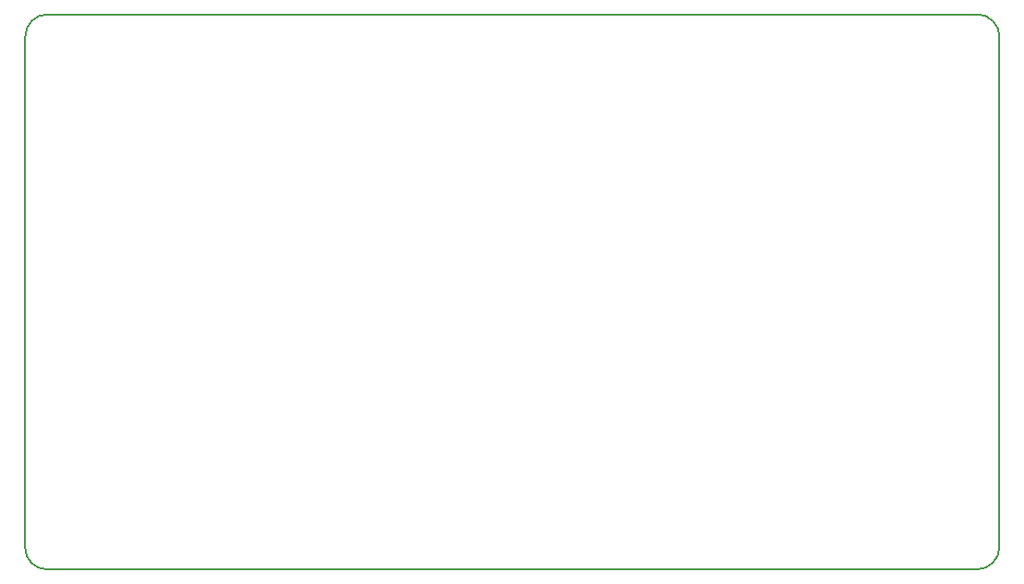
<source format=gm1>
G04 #@! TF.GenerationSoftware,KiCad,Pcbnew,(5.1.5-0-10_14)*
G04 #@! TF.CreationDate,2020-04-20T15:44:47-04:00*
G04 #@! TF.ProjectId,business card,62757369-6e65-4737-9320-636172642e6b,rev?*
G04 #@! TF.SameCoordinates,Original*
G04 #@! TF.FileFunction,Profile,NP*
%FSLAX46Y46*%
G04 Gerber Fmt 4.6, Leading zero omitted, Abs format (unit mm)*
G04 Created by KiCad (PCBNEW (5.1.5-0-10_14)) date 2020-04-20 15:44:47*
%MOMM*%
%LPD*%
G04 APERTURE LIST*
%ADD10C,0.150000*%
G04 APERTURE END LIST*
D10*
X140208000Y-99775500D02*
G75*
G02X138176000Y-101807500I-2032000J0D01*
G01*
X52832000Y-50800000D02*
X138176000Y-50800000D01*
X50800000Y-99839000D02*
X50800000Y-52832000D01*
X138176000Y-101807500D02*
X52768500Y-101807500D01*
X140208000Y-99775500D02*
X140208000Y-52832000D01*
X52768500Y-101807500D02*
G75*
G02X50800000Y-99839000I0J1968500D01*
G01*
X140208000Y-52832000D02*
G75*
G03X138176000Y-50800000I-2032000J0D01*
G01*
X52832000Y-50800000D02*
G75*
G03X50800000Y-52832000I0J-2032000D01*
G01*
M02*

</source>
